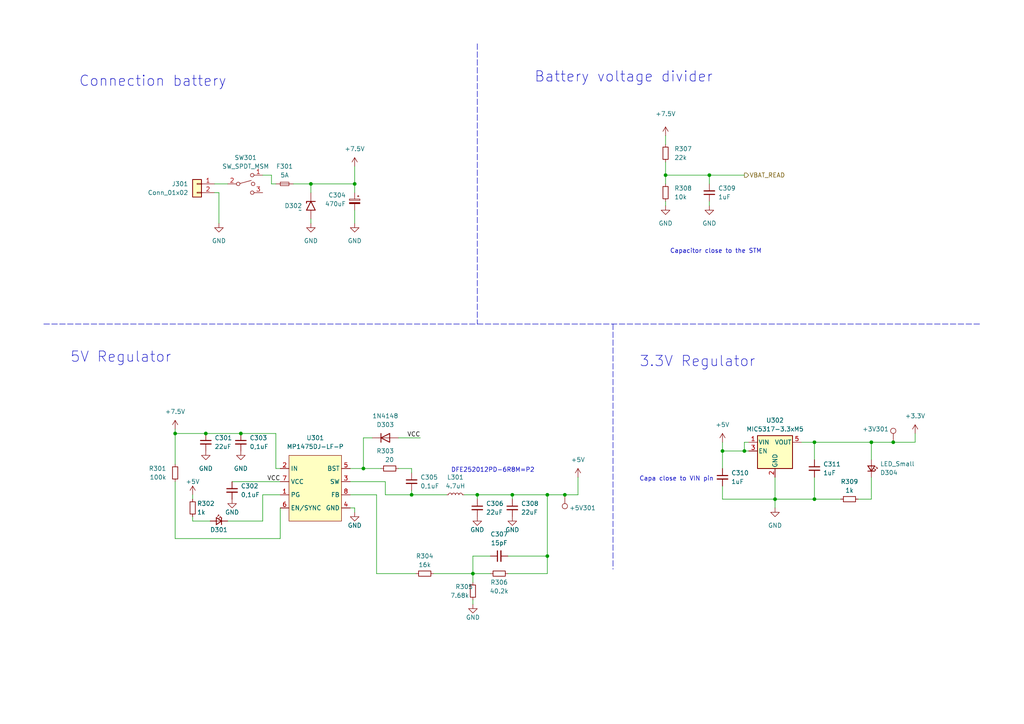
<source format=kicad_sch>
(kicad_sch (version 20230121) (generator eeschema)
  (paper "A4")
  (title_block (title "Robot chat - Power supply") (date "2023-09-19") (rev "1.0") (company "ENSEA"))
  (lib_symbols
    (symbol "Connector:TestPoint" (pin_numbers hide) (pin_names (offset 0.762) hide)
      (property "Reference" "TP" (at 0 6.858 0))
      (property "Value" "TestPoint" (at 0 5.08 0))
      (symbol "TestPoint_0_1"
        (circle (center 0 3.302) (radius 0.762))
      )
      (symbol "TestPoint_1_1"
        (pin passive line (at 0 0 90) (length 2.54) (name "1") (number "1"))
      )
    )
    (symbol "Connector_Generic:Conn_01x02" (pin_names (offset 1.016) hide)
      (property "Reference" "J" (at 0 2.54 0))
      (property "Value" "Conn_01x02" (at 0 -5.08 0))
      (symbol "Conn_01x02_1_1"
        (rectangle (start -1.27 -2.413) (end 0 -2.667) (stroke (width 0.1524)))
        (rectangle (start -1.27 0.127) (end 0 -0.127) (stroke (width 0.1524)))
        (rectangle (start -1.27 1.27) (end 1.27 -3.81) (stroke (width 0.254)) (fill (type background)))
        (pin passive line (at -5.08 0 0) (length 3.81) (name "Pin_1") (number "1"))
        (pin passive line (at -5.08 -2.54 0) (length 3.81) (name "Pin_2") (number "2"))
      )
    )
    (symbol "Device:C_Polarized_Small" (pin_numbers hide) (pin_names (offset 0.254) hide)
      (property "Reference" "C" (at 0.254 1.778 0))
      (property "Value" "C_Polarized_Small" (at 0.254 -2.032 0))
      (symbol "C_Polarized_Small_0_1"
        (rectangle (start -1.524 -0.3048) (end 1.524 -0.6858) (fill (type outline)))
        (rectangle (start -1.524 0.6858) (end 1.524 0.3048))
        (polyline (pts (xy -1.27 1.524) (xy -0.762 1.524)))
        (polyline (pts (xy -1.016 1.27) (xy -1.016 1.778)))
      )
      (symbol "C_Polarized_Small_1_1"
        (pin passive line (at 0 2.54 270) (length 1.8542) (name "~") (number "1"))
        (pin passive line (at 0 -2.54 90) (length 1.8542) (name "~") (number "2"))
      )
    )
    (symbol "Device:C_Small" (pin_numbers hide) (pin_names (offset 0.254) hide)
      (property "Reference" "C" (at 0.254 1.778 0))
      (property "Value" "C_Small" (at 0.254 -2.032 0))
      (symbol "C_Small_0_1"
        (polyline (pts (xy -1.524 -0.508) (xy 1.524 -0.508)) (stroke (width 0.3302)))
        (polyline (pts (xy -1.524 0.508) (xy 1.524 0.508)) (stroke (width 0.3048)))
      )
      (symbol "C_Small_1_1"
        (pin passive line (at 0 2.54 270) (length 2.032) (name "~") (number "1"))
        (pin passive line (at 0 -2.54 90) (length 2.032) (name "~") (number "2"))
      )
    )
    (symbol "Device:Fuse_Small" (pin_numbers hide) (pin_names (offset 0.254) hide)
      (property "Reference" "F" (at 0 -1.524 0))
      (property "Value" "Fuse_Small" (at 0 1.524 0))
      (symbol "Fuse_Small_0_1"
        (rectangle (start -1.27 0.508) (end 1.27 -0.508))
        (polyline (pts (xy -1.27 0) (xy 1.27 0)))
      )
      (symbol "Fuse_Small_1_1"
        (pin passive line (at -2.54 0 0) (length 1.27) (name "~") (number "1"))
        (pin passive line (at 2.54 0 180) (length 1.27) (name "~") (number "2"))
      )
    )
    (symbol "Device:LED_Small" (pin_numbers hide) (pin_names (offset 0.254) hide)
      (property "Reference" "D" (at -1.27 3.175 0))
      (property "Value" "LED_Small" (at -4.445 -2.54 0))
      (symbol "LED_Small_0_1"
        (polyline (pts (xy -0.762 -1.016) (xy -0.762 1.016)) (stroke (width 0.254)))
        (polyline (pts (xy 1.016 0) (xy -0.762 0)))
        (polyline (pts (xy 0.762 -1.016) (xy -0.762 0) (xy 0.762 1.016) (xy 0.762 -1.016)) (stroke (width 0.254)))
        (polyline (pts (xy 0 0.762) (xy -0.508 1.27) (xy -0.254 1.27) (xy -0.508 1.27) (xy -0.508 1.016)))
        (polyline (pts (xy 0.508 1.27) (xy 0 1.778) (xy 0.254 1.778) (xy 0 1.778) (xy 0 1.524)))
      )
      (symbol "LED_Small_1_1"
        (pin passive line (at -2.54 0 0) (length 1.778) (name "K") (number "1"))
        (pin passive line (at 2.54 0 180) (length 1.778) (name "A") (number "2"))
      )
    )
    (symbol "Device:L_Small" (pin_numbers hide) (pin_names (offset 0.254) hide)
      (property "Reference" "L" (at 0.762 1.016 0))
      (property "Value" "L_Small" (at 0.762 -1.016 0))
      (symbol "L_Small_0_1"
        (arc (start 0 -2.032) (mid 0.5058 -1.524) (end 0 -1.016))
        (arc (start 0 -1.016) (mid 0.5058 -0.508) (end 0 0))
        (arc (start 0 0) (mid 0.5058 0.508) (end 0 1.016))
        (arc (start 0 1.016) (mid 0.5058 1.524) (end 0 2.032))
      )
      (symbol "L_Small_1_1"
        (pin passive line (at 0 2.54 270) (length 0.508) (name "~") (number "1"))
        (pin passive line (at 0 -2.54 90) (length 0.508) (name "~") (number "2"))
      )
    )
    (symbol "Device:R_Small" (pin_numbers hide) (pin_names (offset 0.254) hide)
      (property "Reference" "R" (at 0.762 0.508 0))
      (property "Value" "R_Small" (at 0.762 -1.016 0))
      (symbol "R_Small_0_1"
        (rectangle (start -0.762 1.778) (end 0.762 -1.778) (stroke (width 0.2032)))
      )
      (symbol "R_Small_1_1"
        (pin passive line (at 0 2.54 270) (length 0.762) (name "~") (number "1"))
        (pin passive line (at 0 -2.54 90) (length 0.762) (name "~") (number "2"))
      )
    )
    (symbol "Diode:1N4148" (pin_numbers hide) (pin_names hide)
      (property "Reference" "D" (at 0 2.54 0))
      (property "Value" "1N4148" (at 0 -2.54 0))
      (symbol "1N4148_0_1"
        (polyline (pts (xy -1.27 1.27) (xy -1.27 -1.27)) (stroke (width 0.254)))
        (polyline (pts (xy 1.27 0) (xy -1.27 0)))
        (polyline (pts (xy 1.27 1.27) (xy 1.27 -1.27) (xy -1.27 0) (xy 1.27 1.27)) (stroke (width 0.254)))
      )
      (symbol "1N4148_1_1"
        (pin passive line (at -3.81 0 0) (length 2.54) (name "K") (number "1"))
        (pin passive line (at 3.81 0 180) (length 2.54) (name "A") (number "2"))
      )
    )
    (symbol "Diode:1N62xxA" (pin_numbers hide) (pin_names (offset 1.016) hide)
      (property "Reference" "D" (at 0 2.54 0))
      (property "Value" "1N62xxA" (at 0 -2.54 0))
      (symbol "1N62xxA_0_1"
        (polyline (pts (xy -0.762 1.27) (xy -1.27 1.27) (xy -1.27 -1.27)) (stroke (width 0.254)))
        (polyline (pts (xy 1.27 1.27) (xy 1.27 -1.27) (xy -1.27 0) (xy 1.27 1.27)) (stroke (width 0.254)))
      )
      (symbol "1N62xxA_1_1"
        (pin passive line (at -3.81 0 0) (length 2.54) (name "A1") (number "1"))
        (pin passive line (at 3.81 0 180) (length 2.54) (name "A2") (number "2"))
      )
    )
    (symbol "MP1475:MP1475DJ-LF-P"
      (property "Reference" "U" (at 1.27 1.27 0))
      (property "Value" "MP1475DJ-LF-P" (at 8.89 -1.27 0))
      (symbol "MP1475DJ-LF-P_1_1"
        (rectangle (start -7.62 -2.54) (end 7.62 -21.59) (fill (type background)))
        (pin output line (at -10.16 -13.97 0) (length 2.54) (name "PG") (number "1"))
        (pin power_in line (at -10.16 -6.35 0) (length 2.54) (name "IN") (number "2"))
        (pin bidirectional line (at 10.16 -10.16 180) (length 2.54) (name "SW") (number "3"))
        (pin power_in line (at 10.16 -17.78 180) (length 2.54) (name "GND") (number "4"))
        (pin bidirectional line (at 10.16 -6.35 180) (length 2.54) (name "BST") (number "5"))
        (pin input line (at -10.16 -17.78 0) (length 2.54) (name "EN/SYNC") (number "6"))
        (pin power_in line (at -10.16 -10.16 0) (length 2.54) (name "VCC") (number "7"))
        (pin input line (at 10.16 -13.97 180) (length 2.54) (name "FB") (number "8"))
      )
    )
    (symbol "Regulator_Linear:MIC5317-3.3xM5" (pin_names (offset 0.254))
      (property "Reference" "U" (at -6.35 6.35 0))
      (property "Value" "MIC5317-3.3xM5" (at 0 6.35 0))
      (symbol "MIC5317-3.3xM5_0_1"
        (rectangle (start -5.08 4.445) (end 5.08 -5.08) (stroke (width 0.254)) (fill (type background)))
      )
      (symbol "MIC5317-3.3xM5_1_1"
        (pin power_in line (at -7.62 2.54 0) (length 2.54) (name "VIN") (number "1"))
        (pin power_in line (at 0 -7.62 90) (length 2.54) (name "GND") (number "2"))
        (pin input line (at -7.62 0 0) (length 2.54) (name "EN") (number "3"))
        (pin no_connect line (at 5.08 0 180) (length 2.54) hide (name "NC") (number "4"))
        (pin power_out line (at 7.62 2.54 180) (length 2.54) (name "VOUT") (number "5"))
      )
    )
    (symbol "Switch:SW_SPDT_MSM" (pin_names (offset 0) hide)
      (property "Reference" "SW" (at 0 5.08 0))
      (property "Value" "SW_SPDT_MSM" (at 0 -5.08 0))
      (symbol "SW_SPDT_MSM_0_0"
        (circle (center -2.032 0) (radius 0.508))
        (polyline (pts (xy -1.524 0.127) (xy 1.778 1.016)))
        (circle (center 2.032 -2.54) (radius 0.508))
      )
      (symbol "SW_SPDT_MSM_0_1"
        (circle (center 2.032 2.54) (radius 0.508))
        (circle (center 2.286 0) (radius 0.508))
      )
      (symbol "SW_SPDT_MSM_1_1"
        (pin passive line (at 5.08 2.54 180) (length 2.54) (name "1") (number "1"))
        (pin passive line (at -5.08 0 0) (length 2.54) (name "2") (number "2"))
        (pin passive line (at 5.08 -2.54 180) (length 2.54) (name "3") (number "3"))
      )
    )
    (symbol "power:+3.3V" (power) (pin_names (offset 0))
      (property "Value" "+3.3V" (at 0 3.556 0))
      (symbol "+3.3V_0_1"
        (polyline (pts (xy -0.762 1.27) (xy 0 2.54)))
        (polyline (pts (xy 0 0) (xy 0 2.54)))
        (polyline (pts (xy 0 2.54) (xy 0.762 1.27)))
      )
      (symbol "+3.3V_1_1"
        (pin power_in line (at 0 0 90) (length 0) hide (name "+3.3V") (number "1"))
      )
    )
    (symbol "power:+5V" (power) (pin_names (offset 0))
      (property "Value" "+5V" (at 0 3.556 0))
      (symbol "+5V_0_1"
        (polyline (pts (xy -0.762 1.27) (xy 0 2.54)))
        (polyline (pts (xy 0 0) (xy 0 2.54)))
        (polyline (pts (xy 0 2.54) (xy 0.762 1.27)))
      )
      (symbol "+5V_1_1"
        (pin power_in line (at 0 0 90) (length 0) hide (name "+5V") (number "1"))
      )
    )
    (symbol "power:+7.5V" (power) (pin_names (offset 0))
      (property "Value" "+7.5V" (at 0 3.556 0))
      (symbol "+7.5V_0_1"
        (polyline (pts (xy -0.762 1.27) (xy 0 2.54)))
        (polyline (pts (xy 0 0) (xy 0 2.54)))
        (polyline (pts (xy 0 2.54) (xy 0.762 1.27)))
      )
      (symbol "+7.5V_1_1"
        (pin power_in line (at 0 0 90) (length 0) hide (name "+7.5V") (number "1"))
      )
    )
    (symbol "power:GND" (power) (pin_names (offset 0))
      (property "Value" "GND" (at 0 -3.81 0))
      (symbol "GND_0_1"
        (polyline (pts (xy 0 0) (xy 0 -1.27) (xy 1.27 -1.27) (xy 0 -2.54) (xy -1.27 -1.27) (xy 0 -1.27)))
      )
      (symbol "GND_1_1"
        (pin power_in line (at 0 0 270) (length 0) hide (name "GND") (number "1"))
      )
    )
  )
  (junction (at 236.22 144.78))
  (junction (at 224.79 144.78))
  (junction (at 205.74 50.8))
  (junction (at 138.43 143.51))
  (junction (at 90.17 53.34))
  (junction (at 148.59 143.51))
  (junction (at 69.85 125.73))
  (junction (at 119.38 143.51))
  (junction (at 137.16 166.37))
  (junction (at 158.75 143.51))
  (junction (at 209.55 130.81))
  (junction (at 259.08 128.27))
  (junction (at 252.73 128.27))
  (junction (at 158.75 161.29))
  (junction (at 236.22 128.27))
  (junction (at 50.8 125.73))
  (junction (at 59.69 125.73))
  (junction (at 163.83 143.51))
  (junction (at 193.04 50.8))
  (junction (at 102.87 53.34))
  (junction (at 105.41 135.89))
  (junction (at 215.9 130.81))
  (wire (pts (xy 205.74 58.42) (xy 205.74 59.69)))
  (wire (pts (xy 102.87 60.96) (xy 102.87 64.77)))
  (wire (pts (xy 80.01 53.34) (xy 78.74 53.34)))
  (wire (pts (xy 101.6 147.32) (xy 102.87 147.32)))
  (wire (pts (xy 66.04 53.34) (xy 62.23 53.34)))
  (wire (pts (xy 125.73 166.37) (xy 137.16 166.37)))
  (wire (pts (xy 205.74 50.8) (xy 215.9 50.8)))
  (wire (pts (xy 167.64 138.43) (xy 167.64 143.51)))
  (wire (pts (xy 236.22 138.43) (xy 236.22 144.78)))
  (wire (pts (xy 63.5 55.88) (xy 62.23 55.88)))
  (wire (pts (xy 119.38 143.51) (xy 129.54 143.51)))
  (wire (pts (xy 224.79 144.78) (xy 236.22 144.78)))
  (polyline (pts (xy 138.43 12.7) (xy 138.43 93.98)) (stroke (width 0) (type dash)))
  (wire (pts (xy 163.83 143.51) (xy 158.75 143.51)))
  (wire (pts (xy 80.01 135.89) (xy 81.28 135.89)))
  (polyline (pts (xy 177.8 93.98) (xy 177.8 165.1)) (stroke (width 0) (type dash)))
  (wire (pts (xy 81.28 147.32) (xy 81.28 156.21)))
  (polyline (pts (xy 12.7 93.98) (xy 284.48 93.98)) (stroke (width 0) (type dash)))
  (wire (pts (xy 134.62 143.51) (xy 138.43 143.51)))
  (wire (pts (xy 115.57 135.89) (xy 119.38 135.89)))
  (wire (pts (xy 205.74 50.8) (xy 193.04 50.8)))
  (wire (pts (xy 205.74 53.34) (xy 205.74 50.8)))
  (wire (pts (xy 109.22 166.37) (xy 120.65 166.37)))
  (wire (pts (xy 209.55 144.78) (xy 224.79 144.78)))
  (wire (pts (xy 158.75 166.37) (xy 158.75 161.29)))
  (wire (pts (xy 111.76 139.7) (xy 111.76 143.51)))
  (wire (pts (xy 252.73 128.27) (xy 252.73 133.35)))
  (wire (pts (xy 236.22 128.27) (xy 252.73 128.27)))
  (wire (pts (xy 101.6 143.51) (xy 109.22 143.51)))
  (wire (pts (xy 158.75 161.29) (xy 158.75 143.51)))
  (wire (pts (xy 137.16 166.37) (xy 137.16 168.91)))
  (wire (pts (xy 50.8 124.46) (xy 50.8 125.73)))
  (wire (pts (xy 138.43 143.51) (xy 138.43 144.78)))
  (wire (pts (xy 59.69 125.73) (xy 69.85 125.73)))
  (wire (pts (xy 55.88 151.13) (xy 60.96 151.13)))
  (wire (pts (xy 142.24 161.29) (xy 137.16 161.29)))
  (wire (pts (xy 148.59 143.51) (xy 148.59 144.78)))
  (wire (pts (xy 209.55 130.81) (xy 209.55 135.89)))
  (wire (pts (xy 63.5 55.88) (xy 63.5 64.77)))
  (wire (pts (xy 81.28 156.21) (xy 50.8 156.21)))
  (wire (pts (xy 55.88 144.78) (xy 55.88 143.51)))
  (wire (pts (xy 224.79 138.43) (xy 224.79 144.78)))
  (wire (pts (xy 109.22 143.51) (xy 109.22 166.37)))
  (wire (pts (xy 252.73 144.78) (xy 248.92 144.78)))
  (wire (pts (xy 85.09 53.34) (xy 90.17 53.34)))
  (wire (pts (xy 119.38 135.89) (xy 119.38 137.16)))
  (wire (pts (xy 105.41 127) (xy 107.95 127)))
  (wire (pts (xy 147.32 161.29) (xy 158.75 161.29)))
  (wire (pts (xy 81.28 143.51) (xy 76.2 143.51)))
  (wire (pts (xy 66.04 151.13) (xy 76.2 151.13)))
  (wire (pts (xy 121.92 127) (xy 115.57 127)))
  (wire (pts (xy 193.04 58.42) (xy 193.04 59.69)))
  (wire (pts (xy 90.17 55.88) (xy 90.17 53.34)))
  (wire (pts (xy 69.85 125.73) (xy 80.01 125.73)))
  (wire (pts (xy 102.87 55.88) (xy 102.87 53.34)))
  (wire (pts (xy 167.64 143.51) (xy 163.83 143.51)))
  (wire (pts (xy 215.9 130.81) (xy 217.17 130.81)))
  (wire (pts (xy 78.74 50.8) (xy 78.74 53.34)))
  (wire (pts (xy 236.22 144.78) (xy 243.84 144.78)))
  (wire (pts (xy 224.79 144.78) (xy 224.79 147.32)))
  (wire (pts (xy 137.16 173.99) (xy 137.16 175.26)))
  (wire (pts (xy 193.04 50.8) (xy 193.04 53.34)))
  (wire (pts (xy 265.43 128.27) (xy 265.43 125.73)))
  (wire (pts (xy 111.76 143.51) (xy 119.38 143.51)))
  (wire (pts (xy 193.04 39.37) (xy 193.04 41.91)))
  (wire (pts (xy 252.73 128.27) (xy 259.08 128.27)))
  (wire (pts (xy 67.31 139.7) (xy 81.28 139.7)))
  (wire (pts (xy 158.75 143.51) (xy 148.59 143.51)))
  (wire (pts (xy 147.32 166.37) (xy 158.75 166.37)))
  (wire (pts (xy 102.87 147.32) (xy 102.87 148.59)))
  (wire (pts (xy 80.01 125.73) (xy 80.01 135.89)))
  (wire (pts (xy 215.9 128.27) (xy 215.9 130.81)))
  (wire (pts (xy 209.55 128.27) (xy 209.55 130.81)))
  (wire (pts (xy 252.73 138.43) (xy 252.73 144.78)))
  (wire (pts (xy 105.41 127) (xy 105.41 135.89)))
  (wire (pts (xy 50.8 125.73) (xy 59.69 125.73)))
  (wire (pts (xy 105.41 135.89) (xy 110.49 135.89)))
  (wire (pts (xy 138.43 143.51) (xy 148.59 143.51)))
  (wire (pts (xy 90.17 63.5) (xy 90.17 64.77)))
  (wire (pts (xy 193.04 46.99) (xy 193.04 50.8)))
  (wire (pts (xy 78.74 50.8) (xy 76.2 50.8)))
  (wire (pts (xy 101.6 139.7) (xy 111.76 139.7)))
  (wire (pts (xy 232.41 128.27) (xy 236.22 128.27)))
  (wire (pts (xy 215.9 130.81) (xy 209.55 130.81)))
  (wire (pts (xy 209.55 140.97) (xy 209.55 144.78)))
  (wire (pts (xy 137.16 161.29) (xy 137.16 166.37)))
  (wire (pts (xy 102.87 53.34) (xy 102.87 48.26)))
  (wire (pts (xy 259.08 128.27) (xy 265.43 128.27)))
  (wire (pts (xy 90.17 53.34) (xy 102.87 53.34)))
  (wire (pts (xy 76.2 143.51) (xy 76.2 151.13)))
  (wire (pts (xy 101.6 135.89) (xy 105.41 135.89)))
  (wire (pts (xy 119.38 143.51) (xy 119.38 142.24)))
  (wire (pts (xy 55.88 151.13) (xy 55.88 149.86)))
  (wire (pts (xy 217.17 128.27) (xy 215.9 128.27)))
  (wire (pts (xy 137.16 166.37) (xy 142.24 166.37)))
  (wire (pts (xy 236.22 128.27) (xy 236.22 133.35)))
  (wire (pts (xy 50.8 125.73) (xy 50.8 134.62)))
  (wire (pts (xy 50.8 139.7) (xy 50.8 156.21)))
  (text "Battery voltage divider" (at 154.94 24.13 0) (effects (font (size 3 3)) (justify left bottom)))
  (text "Capacitor close to the STM" (at 194.31 73.66 0) (effects (font (size 1.27 1.27)) (justify left bottom)))
  (text "Connection battery" (at 22.86 25.4 0) (effects (font (size 3 3)) (justify left bottom)))
  (text "Capa close to VIN pin" (at 185.42 139.7 0) (effects (font (size 1.27 1.27)) (justify left bottom)))
  (text "DFE252012PD-6R8M=P2" (at 130.81 137.16 0) (effects (font (size 1.27 1.27)) (justify left bottom)))
  (text "5V Regulator" (at 20.32 105.41 0) (effects (font (size 3 3)) (justify left bottom)))
  (text "3.3V Regulator" (at 185.42 106.68 0) (effects (font (size 3 3)) (justify left bottom)))
  (label "VCC" (at 77.47 139.7 0))
  (label "VCC" (at 121.92 127 180))
  (hierarchical_label "VBAT_READ" (shape output) (at 215.9 50.8 0))
  (symbol (lib_id "power:GND") (at 90.17 64.77 0) (mirror y) (unit 1)
    (property "Reference" "#PWR0307" (effects hide))
    (property "Value" "GND" (at 90.17 69.85 0))
  )
  (symbol (lib_id "Device:C_Small") (at 138.43 147.32 0) (unit 1)
    (property "Reference" "C306" (at 140.97 146.0563 0) (effects (justify left)))
    (property "Value" "22uF" (at 140.97 148.5963 0) (effects (justify left)))
    (property "Footprint" "Capacitor_SMD:C_0805_2012Metric" (effects hide))
  )
  (symbol (lib_id "Device:C_Small") (at 59.69 128.27 0) (unit 1)
    (property "Reference" "C301" (at 62.23 127.0063 0) (effects (justify left)))
    (property "Value" "22uF" (at 62.23 129.5463 0) (effects (justify left)))
    (property "Footprint" "Capacitor_SMD:C_0805_2012Metric" (effects hide))
  )
  (symbol (lib_id "Device:C_Small") (at 69.85 128.27 0) (unit 1)
    (property "Reference" "C303" (at 72.39 127.0063 0) (effects (justify left)))
    (property "Value" "0,1uF" (at 72.39 129.5463 0) (effects (justify left)))
    (property "Footprint" "Capacitor_SMD:C_0603_1608Metric" (effects hide))
  )
  (symbol (lib_id "Device:LED_Small") (at 63.5 151.13 0) (mirror y) (unit 1)
    (property "Reference" "D301" (at 63.5 153.67 0))
    (property "Value" "LED_Small" (effects hide))
    (property "Footprint" "LED_SMD:LED_0603_1608Metric" (effects hide))
  )
  (symbol (lib_id "Device:C_Small") (at 236.22 135.89 0) (unit 1)
    (property "Reference" "C311" (at 238.76 134.6263 0) (effects (justify left)))
    (property "Value" "1uF" (at 238.76 137.1663 0) (effects (justify left)))
    (property "Footprint" "Capacitor_SMD:C_0603_1608Metric" (effects hide))
  )
  (symbol (lib_id "power:GND") (at 137.16 175.26 0) (unit 1)
    (property "Reference" "#PWR0311" (effects hide))
    (property "Value" "GND" (at 137.16 179.07 0))
  )
  (symbol (lib_id "Device:LED_Small") (at 252.73 135.89 270) (mirror x) (unit 1)
    (property "Reference" "D304" (at 255.27 137.0965 90) (effects (justify left)))
    (property "Value" "LED_Small" (at 255.27 134.5565 90) (effects (justify left)))
    (property "Footprint" "LED_SMD:LED_0603_1608Metric" (effects hide))
  )
  (symbol (lib_id "Device:R_Small") (at 50.8 137.16 0) (mirror y) (unit 1)
    (property "Reference" "R301" (at 48.26 135.89 0) (effects (justify left)))
    (property "Value" "100k" (at 48.26 138.43 0) (effects (justify left)))
    (property "Footprint" "Resistor_SMD:R_0603_1608Metric" (effects hide))
  )
  (symbol (lib_id "power:+7.5V") (at 102.87 48.26 0) (mirror y) (unit 1)
    (property "Reference" "#PWR0308" (effects hide))
    (property "Value" "+7.5V" (at 102.87 43.18 0))
  )
  (symbol (lib_id "Connector_Generic:Conn_01x02") (at 57.15 53.34 0) (mirror y) (unit 1)
    (property "Reference" "J301" (at 54.61 53.34 0) (effects (justify left)))
    (property "Value" "Conn_01x02" (at 54.61 55.88 0) (effects (justify left)))
    (property "Footprint" "Connector_JST:JST_XH_S2B-XH-A_1x02_P2.50mm_Horizontal" (effects hide))
  )
  (symbol (lib_id "power:GND") (at 205.74 59.69 0) (unit 1)
    (property "Reference" "#PWR0317" (effects hide))
    (property "Value" "GND" (at 205.74 64.77 0))
  )
  (symbol (lib_id "power:+7.5V") (at 193.04 39.37 0) (unit 1)
    (property "Reference" "#PWR0315" (effects hide))
    (property "Value" "+7.5V" (at 193.04 33.02 0))
  )
  (symbol (lib_id "power:GND") (at 102.87 148.59 0) (unit 1)
    (property "Reference" "#PWR0310" (effects hide))
    (property "Value" "GND" (at 102.87 152.4 0))
  )
  (symbol (lib_id "power:+5V") (at 167.64 138.43 0) (unit 1)
    (property "Reference" "#PWR0314" (effects hide))
    (property "Value" "+5V" (at 167.64 133.35 0))
  )
  (symbol (lib_id "Diode:1N4148") (at 111.76 127 0) (unit 1)
    (property "Reference" "D303" (at 111.76 123.19 0))
    (property "Value" "1N4148" (at 111.76 120.65 0))
    (property "Footprint" "Diode_SMD:D_SOD-323F" (effects hide))
    (property "Datasheet" "https://assets.nexperia.com/documents/data-sheet/1N4148_1N4448.pdf" (effects hide))
    (property "Sim.Device" "D" (effects hide))
    (property "Sim.Pins" "1=K 2=A" (effects hide))
  )
  (symbol (lib_id "power:+3.3V") (at 265.43 125.73 0) (unit 1)
    (property "Reference" "#PWR0320" (effects hide))
    (property "Value" "+3.3V" (at 265.43 120.65 0))
  )
  (symbol (lib_id "Connector:TestPoint") (at 259.08 128.27 0) (mirror y) (unit 1)
    (property "Reference" "+3V301" (at 257.81 124.46 0) (effects (justify left)))
    (property "Value" "TestPoint" (effects hide))
    (property "Footprint" "TestPoint:TestPoint_Pad_D1.0mm" (effects hide))
  )
  (symbol (lib_id "Device:Fuse_Small") (at 82.55 53.34 0) (mirror y) (unit 1)
    (property "Reference" "F301" (at 82.55 48.26 0))
    (property "Value" "5A" (at 82.55 50.8 0))
    (property "Footprint" "Fuse:Fuse_0603_1608Metric" (effects hide))
  )
  (symbol (lib_id "Device:R_Small") (at 193.04 55.88 0) (unit 1)
    (property "Reference" "R308" (at 195.58 54.61 0) (effects (justify left)))
    (property "Value" "10k" (at 195.58 57.15 0) (effects (justify left)))
    (property "Footprint" "Resistor_SMD:R_0603_1608Metric" (effects hide))
  )
  (symbol (lib_id "power:GND") (at 148.59 149.86 0) (unit 1)
    (property "Reference" "#PWR0313" (effects hide))
    (property "Value" "GND" (at 148.59 153.67 0))
  )
  (symbol (lib_id "Device:R_Small") (at 113.03 135.89 90) (unit 1)
    (property "Reference" "R303" (at 114.3 130.81 90) (effects (justify left)))
    (property "Value" "20" (at 114.3 133.35 90) (effects (justify left)))
    (property "Footprint" "Resistor_SMD:R_0603_1608Metric" (effects hide))
  )
  (symbol (lib_id "Device:C_Small") (at 67.31 142.24 0) (unit 1)
    (property "Reference" "C302" (at 69.85 140.9763 0) (effects (justify left)))
    (property "Value" "0,1uF" (at 69.85 143.5163 0) (effects (justify left)))
    (property "Footprint" "Capacitor_SMD:C_0603_1608Metric" (effects hide))
  )
  (symbol (lib_id "Device:R_Small") (at 193.04 44.45 0) (unit 1)
    (property "Reference" "R307" (at 195.58 43.18 0) (effects (justify left)))
    (property "Value" "22k" (at 195.58 45.72 0) (effects (justify left)))
    (property "Footprint" "Resistor_SMD:R_0603_1608Metric" (effects hide))
  )
  (symbol (lib_id "power:GND") (at 138.43 149.86 0) (unit 1)
    (property "Reference" "#PWR0312" (effects hide))
    (property "Value" "GND" (at 138.43 153.67 0))
  )
  (symbol (lib_id "power:GND") (at 224.79 147.32 0) (unit 1)
    (property "Reference" "#PWR0319" (effects hide))
    (property "Value" "GND" (at 224.79 152.4 0))
  )
  (symbol (lib_id "Device:R_Small") (at 137.16 171.45 0) (unit 1)
    (property "Reference" "R305" (at 134.62 170.18 0))
    (property "Value" "7.68k" (at 133.35 172.72 0))
    (property "Footprint" "Resistor_SMD:R_0603_1608Metric" (effects hide))
  )
  (symbol (lib_id "power:+5V") (at 209.55 128.27 0) (unit 1)
    (property "Reference" "#PWR0318" (effects hide))
    (property "Value" "+5V" (at 209.55 123.19 0))
  )
  (symbol (lib_id "Device:C_Small") (at 148.59 147.32 0) (unit 1)
    (property "Reference" "C308" (at 151.13 146.0563 0) (effects (justify left)))
    (property "Value" "22uF" (at 151.13 148.5963 0) (effects (justify left)))
    (property "Footprint" "Capacitor_SMD:C_0805_2012Metric" (effects hide))
  )
  (symbol (lib_id "Device:L_Small") (at 132.08 143.51 90) (unit 1)
    (property "Reference" "L301" (at 132.08 138.43 90))
    (property "Value" "4.7uH" (at 132.08 140.97 90))
    (property "Footprint" "Inductor_SMD:L_1008_2520Metric" (effects hide))
  )
  (symbol (lib_id "power:GND") (at 69.85 130.81 0) (unit 1)
    (property "Reference" "#PWR0306" (effects hide))
    (property "Value" "GND" (at 69.85 135.89 0))
  )
  (symbol (lib_id "power:GND") (at 193.04 59.69 0) (unit 1)
    (property "Reference" "#PWR0316" (effects hide))
    (property "Value" "GND" (at 193.04 64.77 0))
  )
  (symbol (lib_id "MP1475:MP1475DJ-LF-P") (at 91.44 129.54 0) (unit 1)
    (property "Reference" "U301" (at 91.44 127 0))
    (property "Value" "MP1475DJ-LF-P" (at 91.44 129.54 0))
    (property "Footprint" "Package_TO_SOT_SMD:TSOT-23-8" (effects hide))
    (property "Datasheet" "https://www.monolithicpower.com/en/documentview/productdocument/index/version/2/document_type/Datasheet/lang/en/sku/MP1475/document_id/342" (effects hide))
  )
  (symbol (lib_id "Device:R_Small") (at 55.88 147.32 0) (unit 1)
    (property "Reference" "R302" (at 57.15 146.05 0) (effects (justify left)))
    (property "Value" "1k" (at 57.15 148.59 0) (effects (justify left)))
    (property "Footprint" "Resistor_SMD:R_0603_1608Metric" (effects hide))
  )
  (symbol (lib_id "power:GND") (at 63.5 64.77 0) (mirror y) (unit 1)
    (property "Reference" "#PWR0304" (effects hide))
    (property "Value" "GND" (at 63.5 69.85 0))
  )
  (symbol (lib_id "power:GND") (at 102.87 64.77 0) (mirror y) (unit 1)
    (property "Reference" "#PWR0309" (effects hide))
    (property "Value" "GND" (at 102.87 69.85 0))
  )
  (symbol (lib_id "power:GND") (at 67.31 144.78 0) (unit 1)
    (property "Reference" "#PWR0305" (effects hide))
    (property "Value" "GND" (at 67.31 148.59 0))
  )
  (symbol (lib_id "Device:R_Small") (at 123.19 166.37 90) (unit 1)
    (property "Reference" "R304" (at 123.19 161.29 90))
    (property "Value" "16k" (at 123.19 163.83 90))
    (property "Footprint" "Resistor_SMD:R_0603_1608Metric" (effects hide))
  )
  (symbol (lib_id "power:+5V") (at 55.88 143.51 0) (unit 1)
    (property "Reference" "#PWR0302" (effects hide))
    (property "Value" "+5V" (at 55.88 139.7 0))
  )
  (symbol (lib_id "Connector:TestPoint") (at 163.83 143.51 0) (mirror x) (unit 1)
    (property "Reference" "+5V301" (at 165.1 147.32 0) (effects (justify left)))
    (property "Value" "TestPoint" (effects hide))
    (property "Footprint" "TestPoint:TestPoint_Pad_D1.0mm" (effects hide))
  )
  (symbol (lib_id "power:GND") (at 59.69 130.81 0) (unit 1)
    (property "Reference" "#PWR0303" (effects hide))
    (property "Value" "GND" (at 59.69 135.89 0))
  )
  (symbol (lib_id "Diode:1N62xxA") (at 90.17 59.69 90) (mirror x) (unit 1)
    (property "Reference" "D302" (at 87.63 59.69 90) (effects (justify left)))
    (property "Value" "~" (at 87.63 60.96 90) (effects (justify left)))
    (property "Footprint" "Diode_SMD:D_SMB" (effects hide))
    (instances (project "robot_chat" (path "" (reference "D302") (unit 1)) (path "" (reference "D202") (unit 1))))
  )
  (symbol (lib_id "Device:R_Small") (at 246.38 144.78 90) (unit 1)
    (property "Reference" "R309" (at 246.38 139.7 90))
    (property "Value" "1k" (at 246.38 142.24 90))
    (property "Footprint" "Resistor_SMD:R_0603_1608Metric" (effects hide))
  )
  (symbol (lib_id "Device:C_Polarized_Small") (at 102.87 58.42 0) (mirror y) (unit 1)
    (property "Reference" "C304" (at 100.33 56.6039 0) (effects (justify left)))
    (property "Value" "470uF" (at 100.33 59.1439 0) (effects (justify left)))
    (property "Footprint" "Capacitor_SMD:CP_Elec_10x10.5" (effects hide))
  )
  (symbol (lib_id "Device:R_Small") (at 144.78 166.37 90) (unit 1)
    (property "Reference" "R306" (at 144.78 168.91 90))
    (property "Value" "40.2k" (at 144.78 171.45 90))
    (property "Footprint" "Resistor_SMD:R_0603_1608Metric" (effects hide))
  )
  (symbol (lib_id "Switch:SW_SPDT_MSM") (at 71.12 53.34 0) (unit 1)
    (property "Reference" "SW301" (at 71.247 45.72 0))
    (property "Value" "SW_SPDT_MSM" (at 71.247 48.26 0))
    (property "Footprint" "472121020421:Toggle_Switch" (effects hide))
  )
  (symbol (lib_id "Device:C_Small") (at 205.74 55.88 180) (unit 1)
    (property "Reference" "C309" (at 208.28 54.6036 0) (effects (justify right)))
    (property "Value" "1uF" (at 208.28 57.1436 0) (effects (justify right)))
    (property "Footprint" "Capacitor_SMD:C_0603_1608Metric" (effects hide))
  )
  (symbol (lib_id "Device:C_Small") (at 144.78 161.29 90) (unit 1)
    (property "Reference" "C307" (at 144.7863 154.94 90))
    (property "Value" "15pF" (at 144.7863 157.48 90))
    (property "Footprint" "Capacitor_SMD:C_0603_1608Metric" (effects hide))
  )
  (symbol (lib_id "Device:C_Small") (at 119.38 139.7 0) (unit 1)
    (property "Reference" "C305" (at 121.92 138.4363 0) (effects (justify left)))
    (property "Value" "0,1uF" (at 121.92 140.9763 0) (effects (justify left)))
    (property "Footprint" "Capacitor_SMD:C_0603_1608Metric" (effects hide))
  )
  (symbol (lib_id "Regulator_Linear:MIC5317-3.3xM5") (at 224.79 130.81 0) (unit 1)
    (property "Reference" "U302" (at 224.79 121.92 0))
    (property "Value" "MIC5317-3.3xM5" (at 224.79 124.46 0))
    (property "Footprint" "Package_TO_SOT_SMD:SOT-23-5" (effects hide))
    (property "Datasheet" "https://ww1.microchip.com/downloads/aemDocuments/documents/OTH/ProductDocuments/DataSheets/MIC5317-High-Performance-Single-150mA-LDO-DS20006195B.pdf" (effects hide))
  )
  (symbol (lib_id "Device:C_Small") (at 209.55 138.43 0) (unit 1)
    (property "Reference" "C310" (at 212.09 137.1663 0) (effects (justify left)))
    (property "Value" "1uF" (at 212.09 139.7063 0) (effects (justify left)))
    (property "Footprint" "Capacitor_SMD:C_0603_1608Metric" (effects hide))
  )
  (symbol (lib_id "power:+7.5V") (at 50.8 124.46 0) (unit 1)
    (property "Reference" "#PWR0301" (effects hide))
    (property "Value" "+7.5V" (at 50.8 119.38 0))
  )
)
</source>
